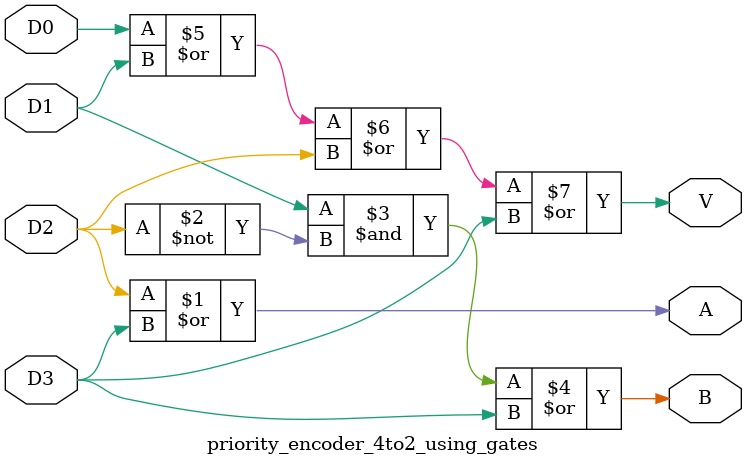
<source format=v>
`timescale 1ns / 1ps


module priority_encoder_4to2_using_gates(
input D0,D1,D2,D3,
output A,B,V
    );
assign A= D2 | D3;
assign B= (D1 & (~D2)) | D3;
assign V= D0 | D1 | D2 | D3; 
endmodule

</source>
